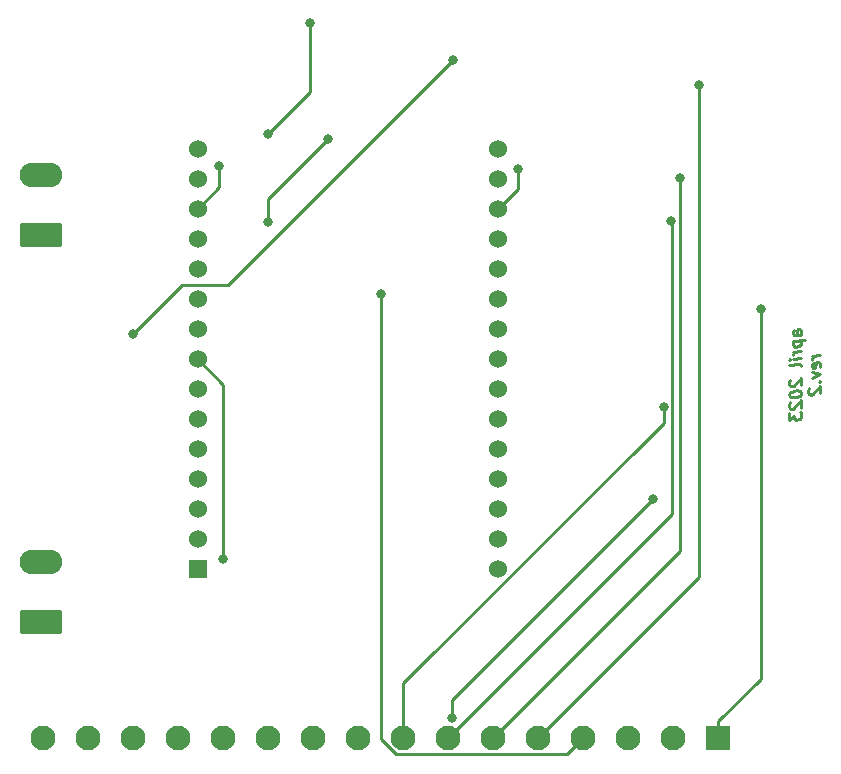
<source format=gbr>
%TF.GenerationSoftware,KiCad,Pcbnew,(6.0.10)*%
%TF.CreationDate,2023-04-15T00:37:08-04:00*%
%TF.ProjectId,pwm_pcb_larger,70776d5f-7063-4625-9f6c-61726765722e,rev?*%
%TF.SameCoordinates,Original*%
%TF.FileFunction,Copper,L2,Bot*%
%TF.FilePolarity,Positive*%
%FSLAX46Y46*%
G04 Gerber Fmt 4.6, Leading zero omitted, Abs format (unit mm)*
G04 Created by KiCad (PCBNEW (6.0.10)) date 2023-04-15 00:37:08*
%MOMM*%
%LPD*%
G01*
G04 APERTURE LIST*
G04 Aperture macros list*
%AMRoundRect*
0 Rectangle with rounded corners*
0 $1 Rounding radius*
0 $2 $3 $4 $5 $6 $7 $8 $9 X,Y pos of 4 corners*
0 Add a 4 corners polygon primitive as box body*
4,1,4,$2,$3,$4,$5,$6,$7,$8,$9,$2,$3,0*
0 Add four circle primitives for the rounded corners*
1,1,$1+$1,$2,$3*
1,1,$1+$1,$4,$5*
1,1,$1+$1,$6,$7*
1,1,$1+$1,$8,$9*
0 Add four rect primitives between the rounded corners*
20,1,$1+$1,$2,$3,$4,$5,0*
20,1,$1+$1,$4,$5,$6,$7,0*
20,1,$1+$1,$6,$7,$8,$9,0*
20,1,$1+$1,$8,$9,$2,$3,0*%
G04 Aperture macros list end*
%ADD10C,0.250000*%
%TA.AperFunction,NonConductor*%
%ADD11C,0.250000*%
%TD*%
%TA.AperFunction,ComponentPad*%
%ADD12R,2.100000X2.100000*%
%TD*%
%TA.AperFunction,ComponentPad*%
%ADD13C,2.100000*%
%TD*%
%TA.AperFunction,ComponentPad*%
%ADD14RoundRect,0.249999X1.550001X-0.790001X1.550001X0.790001X-1.550001X0.790001X-1.550001X-0.790001X0*%
%TD*%
%TA.AperFunction,ComponentPad*%
%ADD15O,3.600000X2.080000*%
%TD*%
%TA.AperFunction,ComponentPad*%
%ADD16R,1.524000X1.524000*%
%TD*%
%TA.AperFunction,ComponentPad*%
%ADD17C,1.524000*%
%TD*%
%TA.AperFunction,ViaPad*%
%ADD18C,0.800000*%
%TD*%
%TA.AperFunction,Conductor*%
%ADD19C,0.250000*%
%TD*%
G04 APERTURE END LIST*
D10*
D11*
X162207380Y-77089994D02*
X161683571Y-77155470D01*
X161588333Y-77119755D01*
X161540714Y-77030470D01*
X161540714Y-76839994D01*
X161588333Y-76738803D01*
X162159761Y-77095946D02*
X162207380Y-76994755D01*
X162207380Y-76756660D01*
X162159761Y-76667375D01*
X162064523Y-76631660D01*
X161969285Y-76643565D01*
X161874047Y-76703089D01*
X161826428Y-76804279D01*
X161826428Y-77042375D01*
X161778809Y-77143565D01*
X161540714Y-77649517D02*
X162540714Y-77524517D01*
X161588333Y-77643565D02*
X161540714Y-77744755D01*
X161540714Y-77935232D01*
X161588333Y-78024517D01*
X161635952Y-78066184D01*
X161731190Y-78101898D01*
X162016904Y-78066184D01*
X162112142Y-78006660D01*
X162159761Y-77953089D01*
X162207380Y-77851898D01*
X162207380Y-77661422D01*
X162159761Y-77572136D01*
X162207380Y-78470946D02*
X161540714Y-78554279D01*
X161731190Y-78530470D02*
X161635952Y-78589994D01*
X161588333Y-78643565D01*
X161540714Y-78744755D01*
X161540714Y-78839994D01*
X162207380Y-79089994D02*
X161540714Y-79173327D01*
X161207380Y-79214994D02*
X161255000Y-79161422D01*
X161302619Y-79203089D01*
X161255000Y-79256660D01*
X161207380Y-79214994D01*
X161302619Y-79203089D01*
X162207380Y-79709041D02*
X162159761Y-79619755D01*
X162064523Y-79584041D01*
X161207380Y-79691184D01*
X161302619Y-80917375D02*
X161255000Y-80970946D01*
X161207380Y-81072136D01*
X161207380Y-81310232D01*
X161255000Y-81399517D01*
X161302619Y-81441184D01*
X161397857Y-81476898D01*
X161493095Y-81464994D01*
X161635952Y-81399517D01*
X162207380Y-80756660D01*
X162207380Y-81375708D01*
X161207380Y-82119755D02*
X161207380Y-82214994D01*
X161255000Y-82304279D01*
X161302619Y-82345946D01*
X161397857Y-82381660D01*
X161588333Y-82405470D01*
X161826428Y-82375708D01*
X162016904Y-82304279D01*
X162112142Y-82244755D01*
X162159761Y-82191184D01*
X162207380Y-82089994D01*
X162207380Y-81994755D01*
X162159761Y-81905470D01*
X162112142Y-81863803D01*
X162016904Y-81828089D01*
X161826428Y-81804279D01*
X161588333Y-81834041D01*
X161397857Y-81905470D01*
X161302619Y-81964994D01*
X161255000Y-82018565D01*
X161207380Y-82119755D01*
X161302619Y-82822136D02*
X161255000Y-82875708D01*
X161207380Y-82976898D01*
X161207380Y-83214994D01*
X161255000Y-83304279D01*
X161302619Y-83345946D01*
X161397857Y-83381660D01*
X161493095Y-83369755D01*
X161635952Y-83304279D01*
X162207380Y-82661422D01*
X162207380Y-83280470D01*
X161207380Y-83738803D02*
X161207380Y-84357851D01*
X161588333Y-83976898D01*
X161588333Y-84119755D01*
X161635952Y-84209041D01*
X161683571Y-84250708D01*
X161778809Y-84286422D01*
X162016904Y-84256660D01*
X162112142Y-84197136D01*
X162159761Y-84143565D01*
X162207380Y-84042375D01*
X162207380Y-83756660D01*
X162159761Y-83667375D01*
X162112142Y-83625708D01*
X163817380Y-78828089D02*
X163150714Y-78911422D01*
X163341190Y-78887613D02*
X163245952Y-78947136D01*
X163198333Y-79000708D01*
X163150714Y-79101898D01*
X163150714Y-79197136D01*
X163769761Y-79834041D02*
X163817380Y-79732851D01*
X163817380Y-79542375D01*
X163769761Y-79453089D01*
X163674523Y-79417375D01*
X163293571Y-79464994D01*
X163198333Y-79524517D01*
X163150714Y-79625708D01*
X163150714Y-79816184D01*
X163198333Y-79905470D01*
X163293571Y-79941184D01*
X163388809Y-79929279D01*
X163484047Y-79441184D01*
X163150714Y-80292375D02*
X163817380Y-80447136D01*
X163150714Y-80768565D01*
X163722142Y-81078089D02*
X163769761Y-81119755D01*
X163817380Y-81066184D01*
X163769761Y-81024517D01*
X163722142Y-81078089D01*
X163817380Y-81066184D01*
X162912619Y-81607851D02*
X162865000Y-81661422D01*
X162817380Y-81762613D01*
X162817380Y-82000708D01*
X162865000Y-82089994D01*
X162912619Y-82131660D01*
X163007857Y-82167375D01*
X163103095Y-82155470D01*
X163245952Y-82089994D01*
X163817380Y-81447136D01*
X163817380Y-82066184D01*
D12*
%TO.P,J3,1,Pin_1*%
%TO.N,LED_1*%
X155200000Y-111200000D03*
D13*
%TO.P,J3,2,Pin_2*%
%TO.N,LED_2*%
X151390000Y-111200000D03*
%TO.P,J3,3,Pin_3*%
%TO.N,LED_3*%
X147580000Y-111200000D03*
%TO.P,J3,4,Pin_4*%
%TO.N,LED_4*%
X143770000Y-111200000D03*
%TO.P,J3,5,Pin_5*%
%TO.N,LED_5*%
X139960000Y-111200000D03*
%TO.P,J3,6,Pin_6*%
%TO.N,LED_6*%
X136150000Y-111200000D03*
%TO.P,J3,7,Pin_7*%
%TO.N,LED_7*%
X132340000Y-111200000D03*
%TO.P,J3,8,Pin_8*%
%TO.N,LED_8*%
X128530000Y-111200000D03*
%TO.P,J3,9,Pin_9*%
%TO.N,LED_9*%
X124720000Y-111200000D03*
%TO.P,J3,10,Pin_10*%
%TO.N,LED_10*%
X120910000Y-111200000D03*
%TO.P,J3,11,Pin_11*%
%TO.N,LED_11*%
X117100000Y-111200000D03*
%TO.P,J3,12,Pin_12*%
%TO.N,LED_12*%
X113290000Y-111200000D03*
%TO.P,J3,13,Pin_13*%
%TO.N,LED_13*%
X109480000Y-111200000D03*
%TO.P,J3,14,Pin_14*%
%TO.N,LED_14*%
X105670000Y-111200000D03*
%TO.P,J3,15,Pin_15*%
%TO.N,LED_15*%
X101860000Y-111200000D03*
%TO.P,J3,16,Pin_16*%
%TO.N,LED_16*%
X98050000Y-111200000D03*
%TD*%
D14*
%TO.P,J2,1,Pin_1*%
%TO.N,Net-(D4-Pad2)*%
X97877500Y-101400000D03*
D15*
%TO.P,J2,2,Pin_2*%
%TO.N,GND*%
X97877500Y-96320000D03*
%TD*%
D16*
%TO.P,U1,1,EN*%
%TO.N,unconnected-(U1-Pad1)*%
X111125000Y-96926000D03*
D17*
%TO.P,U1,2,SENSOR_VP*%
%TO.N,unconnected-(U1-Pad2)*%
X111125000Y-94386000D03*
%TO.P,U1,3,SENSOR_VN*%
%TO.N,unconnected-(U1-Pad3)*%
X111125000Y-91846000D03*
%TO.P,U1,4,IO34*%
%TO.N,unconnected-(U1-Pad4)*%
X111125000Y-89306000D03*
%TO.P,U1,5,IO35*%
%TO.N,unconnected-(U1-Pad5)*%
X111125000Y-86766000D03*
%TO.P,U1,6,IO32*%
%TO.N,PWM_16*%
X111125000Y-84226000D03*
%TO.P,U1,7,IO33*%
%TO.N,unconnected-(U1-Pad7)*%
X111125000Y-81686000D03*
%TO.P,U1,8,IO25*%
%TO.N,PWM_13*%
X111125000Y-79146000D03*
%TO.P,U1,9,IO26*%
%TO.N,PWM_14*%
X111125000Y-76606000D03*
%TO.P,U1,10,IO27*%
%TO.N,PWM_15*%
X111125000Y-74066000D03*
%TO.P,U1,11,IO14*%
%TO.N,PWM_4*%
X111125000Y-71526000D03*
%TO.P,U1,12,IO12*%
%TO.N,PWM_2*%
X111125000Y-68986000D03*
%TO.P,U1,13,IO13*%
%TO.N,PWM_3*%
X111125000Y-66446000D03*
%TO.P,U1,14,GND*%
%TO.N,GND*%
X111125000Y-63906000D03*
%TO.P,U1,15,VIN*%
%TO.N,esp32_power*%
X111125000Y-61366000D03*
%TO.P,U1,16,3V3*%
%TO.N,unconnected-(U1-Pad16)*%
X136525000Y-61366000D03*
%TO.P,U1,17,GND*%
%TO.N,GND*%
X136525000Y-63906000D03*
%TO.P,U1,18,IO15*%
%TO.N,PWM_5*%
X136525000Y-66446000D03*
%TO.P,U1,19,IO2*%
%TO.N,unconnected-(U1-Pad19)*%
X136525000Y-68986000D03*
%TO.P,U1,20,IO4*%
%TO.N,unconnected-(U1-Pad20)*%
X136525000Y-71526000D03*
%TO.P,U1,21,IO16*%
%TO.N,PWM_6*%
X136525000Y-74066000D03*
%TO.P,U1,22,IO17*%
%TO.N,PWM_7*%
X136525000Y-76606000D03*
%TO.P,U1,23,IO5*%
%TO.N,PWM_1*%
X136525000Y-79146000D03*
%TO.P,U1,24,IO18*%
%TO.N,PWM_8*%
X136525000Y-81686000D03*
%TO.P,U1,25,IO19*%
%TO.N,PWM_9*%
X136525000Y-84226000D03*
%TO.P,U1,26,IO21*%
%TO.N,PWM_10*%
X136525000Y-86766000D03*
%TO.P,U1,27,RXD0/IO3*%
%TO.N,unconnected-(U1-Pad27)*%
X136525000Y-89306000D03*
%TO.P,U1,28,TXD0/IO1*%
%TO.N,unconnected-(U1-Pad28)*%
X136525000Y-91846000D03*
%TO.P,U1,29,IO22*%
%TO.N,PWM_11*%
X136525000Y-94386000D03*
%TO.P,U1,30,IO23*%
%TO.N,PWM_12*%
X136525000Y-96926000D03*
%TD*%
D14*
%TO.P,J1,1,Pin_1*%
%TO.N,+VDC*%
X97877500Y-68680000D03*
D15*
%TO.P,J1,2,Pin_2*%
%TO.N,GND*%
X97877500Y-63600000D03*
%TD*%
D18*
%TO.N,+5V*%
X105659400Y-77003400D03*
X132734400Y-53800000D03*
%TO.N,LED_1*%
X158808300Y-74942900D03*
%TO.N,LED_4*%
X126651800Y-73638300D03*
%TO.N,LED_5*%
X153586400Y-55953600D03*
%TO.N,LED_6*%
X151945800Y-63866300D03*
%TO.N,LED_7*%
X151199300Y-67428600D03*
%TO.N,LED_8*%
X150576000Y-83206000D03*
%TO.N,LED_9*%
X132647400Y-109541900D03*
X149671900Y-91009400D03*
%TO.N,Net-(Q2-Pad1)*%
X117069200Y-67584400D03*
X122130300Y-60517800D03*
%TO.N,Net-(Q3-Pad1)*%
X117031600Y-60137500D03*
X120608300Y-50679900D03*
%TO.N,PWM_3*%
X112959800Y-62803000D03*
%TO.N,PWM_5*%
X138198000Y-63026000D03*
%TO.N,PWM_13*%
X113291500Y-96120500D03*
%TD*%
D19*
%TO.N,+5V*%
X113683800Y-72850600D02*
X132734400Y-53800000D01*
X109812200Y-72850600D02*
X113683800Y-72850600D01*
X105659400Y-77003400D02*
X109812200Y-72850600D01*
%TO.N,LED_1*%
X155200000Y-111200000D02*
X155200000Y-109824900D01*
X158808300Y-106216600D02*
X158808300Y-74942900D01*
X155200000Y-109824900D02*
X158808300Y-106216600D01*
%TO.N,LED_4*%
X127914800Y-112602400D02*
X126651800Y-111339400D01*
X126651800Y-111339400D02*
X126651800Y-73638300D01*
X143770000Y-111200000D02*
X142367600Y-112602400D01*
X142367600Y-112602400D02*
X127914800Y-112602400D01*
%TO.N,LED_5*%
X153586400Y-55953600D02*
X153586400Y-97573600D01*
X153586400Y-97573600D02*
X139960000Y-111200000D01*
%TO.N,LED_6*%
X151945800Y-63866300D02*
X151945800Y-95404200D01*
X151945800Y-95404200D02*
X136150000Y-111200000D01*
%TO.N,LED_7*%
X151301300Y-67530600D02*
X151301300Y-92238700D01*
X151199300Y-67428600D02*
X151301300Y-67530600D01*
X151301300Y-92238700D02*
X132340000Y-111200000D01*
%TO.N,LED_8*%
X150576000Y-84555100D02*
X150576000Y-83206000D01*
X128530000Y-106601100D02*
X150576000Y-84555100D01*
X128530000Y-111200000D02*
X128530000Y-106601100D01*
%TO.N,LED_9*%
X149671900Y-91009400D02*
X132647400Y-108033900D01*
X132647400Y-108033900D02*
X132647400Y-109541900D01*
%TO.N,Net-(Q2-Pad1)*%
X117069200Y-67584400D02*
X117069200Y-65578900D01*
X117069200Y-65578900D02*
X122130300Y-60517800D01*
%TO.N,Net-(Q3-Pad1)*%
X120608300Y-50679900D02*
X120608300Y-56560800D01*
X120608300Y-56560800D02*
X117031600Y-60137500D01*
%TO.N,PWM_3*%
X112959800Y-64611200D02*
X112959800Y-62803000D01*
X111125000Y-66446000D02*
X112959800Y-64611200D01*
%TO.N,PWM_5*%
X136525000Y-66446000D02*
X138198000Y-64773000D01*
X138198000Y-64773000D02*
X138198000Y-63026000D01*
%TO.N,PWM_13*%
X111125000Y-79146000D02*
X113291500Y-81312500D01*
X113291500Y-81312500D02*
X113291500Y-96120500D01*
%TD*%
M02*

</source>
